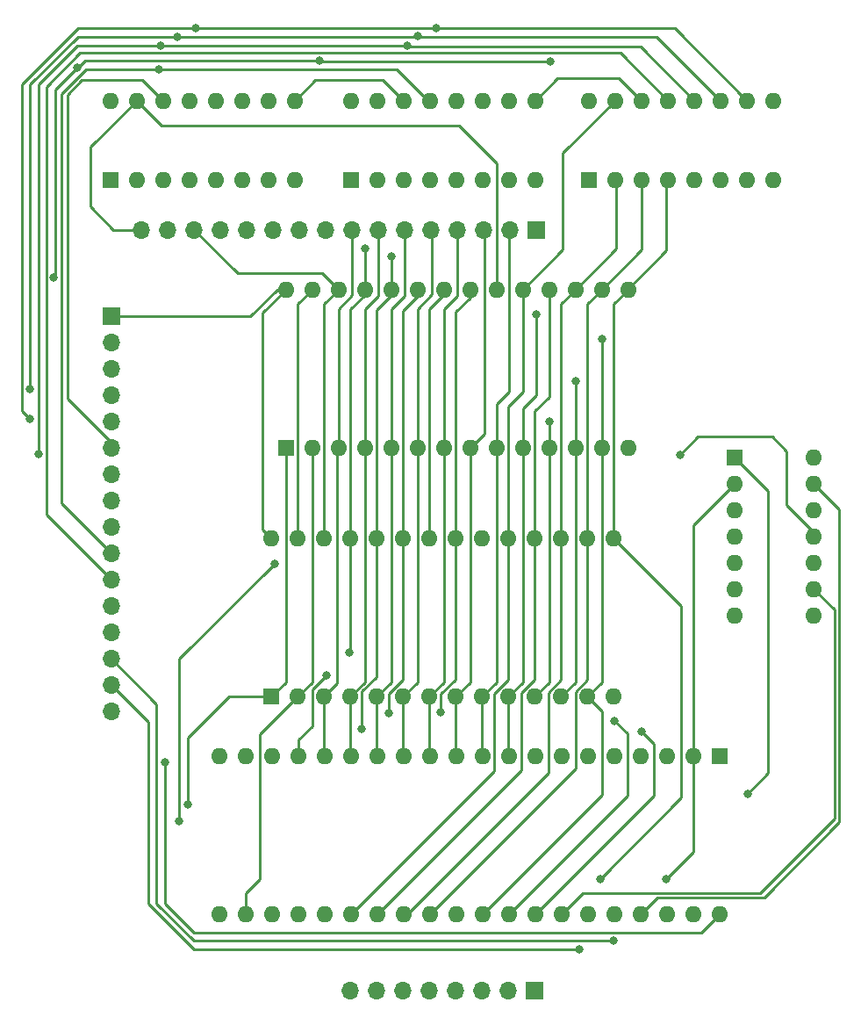
<source format=gbr>
%TF.GenerationSoftware,KiCad,Pcbnew,(6.0.9-0)*%
%TF.CreationDate,2022-12-28T10:48:56-05:00*%
%TF.ProjectId,6502_computer,36353032-5f63-46f6-9d70-757465722e6b,rev?*%
%TF.SameCoordinates,Original*%
%TF.FileFunction,Copper,L1,Top*%
%TF.FilePolarity,Positive*%
%FSLAX46Y46*%
G04 Gerber Fmt 4.6, Leading zero omitted, Abs format (unit mm)*
G04 Created by KiCad (PCBNEW (6.0.9-0)) date 2022-12-28 10:48:56*
%MOMM*%
%LPD*%
G01*
G04 APERTURE LIST*
%TA.AperFunction,ComponentPad*%
%ADD10R,1.600000X1.600000*%
%TD*%
%TA.AperFunction,ComponentPad*%
%ADD11O,1.600000X1.600000*%
%TD*%
%TA.AperFunction,ComponentPad*%
%ADD12R,1.700000X1.700000*%
%TD*%
%TA.AperFunction,ComponentPad*%
%ADD13O,1.700000X1.700000*%
%TD*%
%TA.AperFunction,ViaPad*%
%ADD14C,0.800000*%
%TD*%
%TA.AperFunction,Conductor*%
%ADD15C,0.250000*%
%TD*%
G04 APERTURE END LIST*
D10*
%TO.P,U2,1,QB*%
%TO.N,/A6*%
X131125000Y-57800000D03*
D11*
%TO.P,U2,2,QC*%
%TO.N,/A5*%
X133665000Y-57800000D03*
%TO.P,U2,3,QD*%
%TO.N,/A4*%
X136205000Y-57800000D03*
%TO.P,U2,4,QE*%
%TO.N,/A3*%
X138745000Y-57800000D03*
%TO.P,U2,5,QF*%
%TO.N,/A2*%
X141285000Y-57800000D03*
%TO.P,U2,6,QG*%
%TO.N,/A1*%
X143825000Y-57800000D03*
%TO.P,U2,7,QH*%
%TO.N,/A0*%
X146365000Y-57800000D03*
%TO.P,U2,8,GND*%
%TO.N,GND*%
X148905000Y-57800000D03*
%TO.P,U2,9,QH'*%
%TO.N,Net-(U2-Pad9)*%
X148905000Y-50180000D03*
%TO.P,U2,10,~{SRCLR}*%
%TO.N,/{slash}SR_CLR*%
X146365000Y-50180000D03*
%TO.P,U2,11,SRCLK*%
%TO.N,/SR_CLK*%
X143825000Y-50180000D03*
%TO.P,U2,12,RCLK*%
%TO.N,/SR_RCLK*%
X141285000Y-50180000D03*
%TO.P,U2,13,~{OE}*%
%TO.N,/{slash}SR_OE*%
X138745000Y-50180000D03*
%TO.P,U2,14,SER*%
%TO.N,Net-(U1-Pad9)*%
X136205000Y-50180000D03*
%TO.P,U2,15,QA*%
%TO.N,/A7*%
X133665000Y-50180000D03*
%TO.P,U2,16,VCC*%
%TO.N,+3.3V*%
X131125000Y-50180000D03*
%TD*%
D10*
%TO.P,U7,1,~{VP}*%
%TO.N,unconnected-(U7-Pad1)*%
X166725000Y-113375000D03*
D11*
%TO.P,U7,2,RDY*%
%TO.N,+3.3V*%
X164185000Y-113375000D03*
%TO.P,U7,3,\u03D51*%
%TO.N,unconnected-(U7-Pad3)*%
X161645000Y-113375000D03*
%TO.P,U7,4,~{IRQ}*%
%TO.N,+3.3V*%
X159105000Y-113375000D03*
%TO.P,U7,5,~{ML}*%
%TO.N,unconnected-(U7-Pad5)*%
X156565000Y-113375000D03*
%TO.P,U7,6,~{NMI}*%
%TO.N,+3.3V*%
X154025000Y-113375000D03*
%TO.P,U7,7,SYNC*%
%TO.N,unconnected-(U7-Pad7)*%
X151485000Y-113375000D03*
%TO.P,U7,8,VDD*%
%TO.N,+3.3V*%
X148945000Y-113375000D03*
%TO.P,U7,9,A0*%
%TO.N,/A0*%
X146405000Y-113375000D03*
%TO.P,U7,10,A1*%
%TO.N,/A1*%
X143865000Y-113375000D03*
%TO.P,U7,11,A2*%
%TO.N,/A2*%
X141325000Y-113375000D03*
%TO.P,U7,12,A3*%
%TO.N,/A3*%
X138785000Y-113375000D03*
%TO.P,U7,13,A4*%
%TO.N,/A4*%
X136245000Y-113375000D03*
%TO.P,U7,14,A5*%
%TO.N,/A5*%
X133705000Y-113375000D03*
%TO.P,U7,15,A6*%
%TO.N,/A6*%
X131165000Y-113375000D03*
%TO.P,U7,16,A7*%
%TO.N,/A7*%
X128625000Y-113375000D03*
%TO.P,U7,17,A8*%
%TO.N,/A8*%
X126085000Y-113375000D03*
%TO.P,U7,18,A9*%
%TO.N,/A9*%
X123545000Y-113375000D03*
%TO.P,U7,19,A10*%
%TO.N,/A10*%
X121005000Y-113375000D03*
%TO.P,U7,20,A11*%
%TO.N,/A11*%
X118465000Y-113375000D03*
%TO.P,U7,21,VSS*%
%TO.N,GND*%
X118465000Y-128615000D03*
%TO.P,U7,22,A12*%
%TO.N,/A12*%
X121005000Y-128615000D03*
%TO.P,U7,23,A13*%
%TO.N,/A13*%
X123545000Y-128615000D03*
%TO.P,U7,24,A14*%
%TO.N,/A14*%
X126085000Y-128615000D03*
%TO.P,U7,25,A15*%
%TO.N,/A15*%
X128625000Y-128615000D03*
%TO.P,U7,26,D7*%
%TO.N,/D7*%
X131165000Y-128615000D03*
%TO.P,U7,27,D6*%
%TO.N,/D6*%
X133705000Y-128615000D03*
%TO.P,U7,28,D5*%
%TO.N,/D5*%
X136245000Y-128615000D03*
%TO.P,U7,29,D4*%
%TO.N,/D4*%
X138785000Y-128615000D03*
%TO.P,U7,30,D3*%
%TO.N,/D3*%
X141325000Y-128615000D03*
%TO.P,U7,31,D2*%
%TO.N,/D2*%
X143865000Y-128615000D03*
%TO.P,U7,32,D1*%
%TO.N,/D1*%
X146405000Y-128615000D03*
%TO.P,U7,33,D0*%
%TO.N,/D0*%
X148945000Y-128615000D03*
%TO.P,U7,34,R/~{W}*%
%TO.N,/{slash}RW*%
X151485000Y-128615000D03*
%TO.P,U7,35,nc*%
%TO.N,unconnected-(U7-Pad35)*%
X154025000Y-128615000D03*
%TO.P,U7,36,BE*%
%TO.N,/CPU_BE*%
X156565000Y-128615000D03*
%TO.P,U7,37,\u03D50*%
%TO.N,/CPU_CLK*%
X159105000Y-128615000D03*
%TO.P,U7,38,~{SO}*%
%TO.N,+3.3V*%
X161645000Y-128615000D03*
%TO.P,U7,39,\u03D52*%
%TO.N,unconnected-(U7-Pad39)*%
X164185000Y-128615000D03*
%TO.P,U7,40,~{RES}*%
%TO.N,/{slash}CPU_RES*%
X166725000Y-128615000D03*
%TD*%
D12*
%TO.P,J1,1,Pin_1*%
%TO.N,+3.3V*%
X108025000Y-70950000D03*
D13*
%TO.P,J1,2,Pin_2*%
%TO.N,GND*%
X108025000Y-73490000D03*
%TO.P,J1,3,Pin_3*%
%TO.N,unconnected-(J1-Pad3)*%
X108025000Y-76030000D03*
%TO.P,J1,4,Pin_4*%
%TO.N,unconnected-(J1-Pad4)*%
X108025000Y-78570000D03*
%TO.P,J1,5,Pin_5*%
%TO.N,unconnected-(J1-Pad5)*%
X108025000Y-81110000D03*
%TO.P,J1,6,Pin_6*%
%TO.N,/SR_DATA*%
X108025000Y-83650000D03*
%TO.P,J1,7,Pin_7*%
%TO.N,/SR_CLK*%
X108025000Y-86190000D03*
%TO.P,J1,8,Pin_8*%
%TO.N,/{slash}SR_CLR*%
X108025000Y-88730000D03*
%TO.P,J1,9,Pin_9*%
%TO.N,/SR_RCLK*%
X108025000Y-91270000D03*
%TO.P,J1,10,Pin_10*%
%TO.N,/{slash}SR_OE*%
X108025000Y-93810000D03*
%TO.P,J1,11,Pin_11*%
%TO.N,/{slash}SR_DOE*%
X108025000Y-96350000D03*
%TO.P,J1,12,Pin_12*%
%TO.N,/{slash}MEM_WE*%
X108025000Y-98890000D03*
%TO.P,J1,13,Pin_13*%
%TO.N,/{slash}MEM_OE*%
X108025000Y-101430000D03*
%TO.P,J1,14,Pin_14*%
%TO.N,/CPU_CLK*%
X108025000Y-103970000D03*
%TO.P,J1,15,Pin_15*%
%TO.N,/CPU_BE*%
X108025000Y-106510000D03*
%TO.P,J1,16,Pin_16*%
%TO.N,/{slash}CPU_RES*%
X108025000Y-109050000D03*
%TD*%
D12*
%TO.P,J2,1,Pin_1*%
%TO.N,/A0*%
X149050000Y-62625000D03*
D13*
%TO.P,J2,2,Pin_2*%
%TO.N,/A1*%
X146510000Y-62625000D03*
%TO.P,J2,3,Pin_3*%
%TO.N,/A2*%
X143970000Y-62625000D03*
%TO.P,J2,4,Pin_4*%
%TO.N,/A3*%
X141430000Y-62625000D03*
%TO.P,J2,5,Pin_5*%
%TO.N,/A4*%
X138890000Y-62625000D03*
%TO.P,J2,6,Pin_6*%
%TO.N,/A5*%
X136350000Y-62625000D03*
%TO.P,J2,7,Pin_7*%
%TO.N,/A6*%
X133810000Y-62625000D03*
%TO.P,J2,8,Pin_8*%
%TO.N,/A7*%
X131270000Y-62625000D03*
%TO.P,J2,9,Pin_9*%
%TO.N,/A8*%
X128730000Y-62625000D03*
%TO.P,J2,10,Pin_10*%
%TO.N,/A9*%
X126190000Y-62625000D03*
%TO.P,J2,11,Pin_11*%
%TO.N,/A10*%
X123650000Y-62625000D03*
%TO.P,J2,12,Pin_12*%
%TO.N,/A11*%
X121110000Y-62625000D03*
%TO.P,J2,13,Pin_13*%
%TO.N,/A12*%
X118570000Y-62625000D03*
%TO.P,J2,14,Pin_14*%
%TO.N,/A13*%
X116030000Y-62625000D03*
%TO.P,J2,15,Pin_15*%
%TO.N,/A14*%
X113490000Y-62625000D03*
%TO.P,J2,16,Pin_16*%
%TO.N,/A15*%
X110950000Y-62625000D03*
%TD*%
D10*
%TO.P,U6,1,A14*%
%TO.N,/A14*%
X123475000Y-107625000D03*
D11*
%TO.P,U6,2,A12*%
%TO.N,/A12*%
X126015000Y-107625000D03*
%TO.P,U6,3,A7*%
%TO.N,/A7*%
X128555000Y-107625000D03*
%TO.P,U6,4,A6*%
%TO.N,/A6*%
X131095000Y-107625000D03*
%TO.P,U6,5,A5*%
%TO.N,/A5*%
X133635000Y-107625000D03*
%TO.P,U6,6,A4*%
%TO.N,/A4*%
X136175000Y-107625000D03*
%TO.P,U6,7,A3*%
%TO.N,/A3*%
X138715000Y-107625000D03*
%TO.P,U6,8,A2*%
%TO.N,/A2*%
X141255000Y-107625000D03*
%TO.P,U6,9,A1*%
%TO.N,/A1*%
X143795000Y-107625000D03*
%TO.P,U6,10,A0*%
%TO.N,/A0*%
X146335000Y-107625000D03*
%TO.P,U6,11,Q0*%
%TO.N,/D0*%
X148875000Y-107625000D03*
%TO.P,U6,12,Q1*%
%TO.N,/D1*%
X151415000Y-107625000D03*
%TO.P,U6,13,Q2*%
%TO.N,/D2*%
X153955000Y-107625000D03*
%TO.P,U6,14,GND*%
%TO.N,GND*%
X156495000Y-107625000D03*
%TO.P,U6,15,Q3*%
%TO.N,/D3*%
X156495000Y-92385000D03*
%TO.P,U6,16,Q4*%
%TO.N,/D4*%
X153955000Y-92385000D03*
%TO.P,U6,17,Q5*%
%TO.N,/D5*%
X151415000Y-92385000D03*
%TO.P,U6,18,Q6*%
%TO.N,/D6*%
X148875000Y-92385000D03*
%TO.P,U6,19,Q7*%
%TO.N,/D7*%
X146335000Y-92385000D03*
%TO.P,U6,20,~{CS}*%
%TO.N,/{slash}TOP32*%
X143795000Y-92385000D03*
%TO.P,U6,21,A10*%
%TO.N,/A10*%
X141255000Y-92385000D03*
%TO.P,U6,22,~{OE}*%
%TO.N,/{slash}MEM_OE*%
X138715000Y-92385000D03*
%TO.P,U6,23,A11*%
%TO.N,/A11*%
X136175000Y-92385000D03*
%TO.P,U6,24,A9*%
%TO.N,/A9*%
X133635000Y-92385000D03*
%TO.P,U6,25,A8*%
%TO.N,/A8*%
X131095000Y-92385000D03*
%TO.P,U6,26,A13*%
%TO.N,/A13*%
X128555000Y-92385000D03*
%TO.P,U6,27,~{WE}*%
%TO.N,/{slash}MEM_WE*%
X126015000Y-92385000D03*
%TO.P,U6,28,VCC*%
%TO.N,+3.3V*%
X123475000Y-92385000D03*
%TD*%
D12*
%TO.P,J3,1,Pin_1*%
%TO.N,/D0*%
X148875000Y-136000000D03*
D13*
%TO.P,J3,2,Pin_2*%
%TO.N,/D1*%
X146335000Y-136000000D03*
%TO.P,J3,3,Pin_3*%
%TO.N,/D2*%
X143795000Y-136000000D03*
%TO.P,J3,4,Pin_4*%
%TO.N,/D3*%
X141255000Y-136000000D03*
%TO.P,J3,5,Pin_5*%
%TO.N,/D4*%
X138715000Y-136000000D03*
%TO.P,J3,6,Pin_6*%
%TO.N,/D5*%
X136175000Y-136000000D03*
%TO.P,J3,7,Pin_7*%
%TO.N,/D6*%
X133635000Y-136000000D03*
%TO.P,J3,8,Pin_8*%
%TO.N,/D7*%
X131095000Y-136000000D03*
%TD*%
D10*
%TO.P,U4,1,A14*%
%TO.N,/A14*%
X124875000Y-83625000D03*
D11*
%TO.P,U4,2,A12*%
%TO.N,/A12*%
X127415000Y-83625000D03*
%TO.P,U4,3,A7*%
%TO.N,/A7*%
X129955000Y-83625000D03*
%TO.P,U4,4,A6*%
%TO.N,/A6*%
X132495000Y-83625000D03*
%TO.P,U4,5,A5*%
%TO.N,/A5*%
X135035000Y-83625000D03*
%TO.P,U4,6,A4*%
%TO.N,/A4*%
X137575000Y-83625000D03*
%TO.P,U4,7,A3*%
%TO.N,/A3*%
X140115000Y-83625000D03*
%TO.P,U4,8,A2*%
%TO.N,/A2*%
X142655000Y-83625000D03*
%TO.P,U4,9,A1*%
%TO.N,/A1*%
X145195000Y-83625000D03*
%TO.P,U4,10,A0*%
%TO.N,/A0*%
X147735000Y-83625000D03*
%TO.P,U4,11,Q0*%
%TO.N,/D0*%
X150275000Y-83625000D03*
%TO.P,U4,12,Q1*%
%TO.N,/D1*%
X152815000Y-83625000D03*
%TO.P,U4,13,Q2*%
%TO.N,/D2*%
X155355000Y-83625000D03*
%TO.P,U4,14,GND*%
%TO.N,GND*%
X157895000Y-83625000D03*
%TO.P,U4,15,Q3*%
%TO.N,/D3*%
X157895000Y-68385000D03*
%TO.P,U4,16,Q4*%
%TO.N,/D4*%
X155355000Y-68385000D03*
%TO.P,U4,17,Q5*%
%TO.N,/D5*%
X152815000Y-68385000D03*
%TO.P,U4,18,Q6*%
%TO.N,/D6*%
X150275000Y-68385000D03*
%TO.P,U4,19,Q7*%
%TO.N,/D7*%
X147735000Y-68385000D03*
%TO.P,U4,20,~{CS}*%
%TO.N,/A15*%
X145195000Y-68385000D03*
%TO.P,U4,21,A10*%
%TO.N,/A10*%
X142655000Y-68385000D03*
%TO.P,U4,22,~{OE}*%
%TO.N,/{slash}MEM_OE*%
X140115000Y-68385000D03*
%TO.P,U4,23,A11*%
%TO.N,/A11*%
X137575000Y-68385000D03*
%TO.P,U4,24,A9*%
%TO.N,/A9*%
X135035000Y-68385000D03*
%TO.P,U4,25,A8*%
%TO.N,/A8*%
X132495000Y-68385000D03*
%TO.P,U4,26,A13*%
%TO.N,/A13*%
X129955000Y-68385000D03*
%TO.P,U4,27,~{WE}*%
%TO.N,/{slash}MEM_WE*%
X127415000Y-68385000D03*
%TO.P,U4,28,VCC*%
%TO.N,+3.3V*%
X124875000Y-68385000D03*
%TD*%
D10*
%TO.P,U3,1,QB*%
%TO.N,/D6*%
X154125000Y-57800000D03*
D11*
%TO.P,U3,2,QC*%
%TO.N,/D5*%
X156665000Y-57800000D03*
%TO.P,U3,3,QD*%
%TO.N,/D4*%
X159205000Y-57800000D03*
%TO.P,U3,4,QE*%
%TO.N,/D3*%
X161745000Y-57800000D03*
%TO.P,U3,5,QF*%
%TO.N,/D2*%
X164285000Y-57800000D03*
%TO.P,U3,6,QG*%
%TO.N,/D1*%
X166825000Y-57800000D03*
%TO.P,U3,7,QH*%
%TO.N,/D0*%
X169365000Y-57800000D03*
%TO.P,U3,8,GND*%
%TO.N,GND*%
X171905000Y-57800000D03*
%TO.P,U3,9,QH'*%
%TO.N,unconnected-(U3-Pad9)*%
X171905000Y-50180000D03*
%TO.P,U3,10,~{SRCLR}*%
%TO.N,/{slash}SR_CLR*%
X169365000Y-50180000D03*
%TO.P,U3,11,SRCLK*%
%TO.N,/SR_CLK*%
X166825000Y-50180000D03*
%TO.P,U3,12,RCLK*%
%TO.N,/SR_RCLK*%
X164285000Y-50180000D03*
%TO.P,U3,13,~{OE}*%
%TO.N,/{slash}SR_DOE*%
X161745000Y-50180000D03*
%TO.P,U3,14,SER*%
%TO.N,Net-(U2-Pad9)*%
X159205000Y-50180000D03*
%TO.P,U3,15,QA*%
%TO.N,/D7*%
X156665000Y-50180000D03*
%TO.P,U3,16,VCC*%
%TO.N,+3.3V*%
X154125000Y-50180000D03*
%TD*%
D10*
%TO.P,U5,1*%
%TO.N,/A15*%
X168200000Y-84575000D03*
D11*
%TO.P,U5,2*%
%TO.N,+3.3V*%
X168200000Y-87115000D03*
%TO.P,U5,3*%
%TO.N,/{slash}TOP32*%
X168200000Y-89655000D03*
%TO.P,U5,4*%
%TO.N,/CPU_CLK*%
X168200000Y-92195000D03*
%TO.P,U5,5*%
%TO.N,/{slash}RW*%
X168200000Y-94735000D03*
%TO.P,U5,6*%
%TO.N,/{slash}MEM_OE*%
X168200000Y-97275000D03*
%TO.P,U5,7,GND*%
%TO.N,GND*%
X168200000Y-99815000D03*
%TO.P,U5,8*%
%TO.N,Net-(U5-Pad12)*%
X175820000Y-99815000D03*
%TO.P,U5,9*%
%TO.N,/{slash}RW*%
X175820000Y-97275000D03*
%TO.P,U5,10*%
X175820000Y-94735000D03*
%TO.P,U5,11*%
%TO.N,/{slash}MEM_WE*%
X175820000Y-92195000D03*
%TO.P,U5,12*%
%TO.N,Net-(U5-Pad12)*%
X175820000Y-89655000D03*
%TO.P,U5,13*%
%TO.N,/CPU_CLK*%
X175820000Y-87115000D03*
%TO.P,U5,14,VCC*%
%TO.N,+3.3V*%
X175820000Y-84575000D03*
%TD*%
D10*
%TO.P,U1,1,QB*%
%TO.N,/A14*%
X107925000Y-57800000D03*
D11*
%TO.P,U1,2,QC*%
%TO.N,/A13*%
X110465000Y-57800000D03*
%TO.P,U1,3,QD*%
%TO.N,/A12*%
X113005000Y-57800000D03*
%TO.P,U1,4,QE*%
%TO.N,/A11*%
X115545000Y-57800000D03*
%TO.P,U1,5,QF*%
%TO.N,/A10*%
X118085000Y-57800000D03*
%TO.P,U1,6,QG*%
%TO.N,/A9*%
X120625000Y-57800000D03*
%TO.P,U1,7,QH*%
%TO.N,/A8*%
X123165000Y-57800000D03*
%TO.P,U1,8,GND*%
%TO.N,GND*%
X125705000Y-57800000D03*
%TO.P,U1,9,QH'*%
%TO.N,Net-(U1-Pad9)*%
X125705000Y-50180000D03*
%TO.P,U1,10,~{SRCLR}*%
%TO.N,/{slash}SR_CLR*%
X123165000Y-50180000D03*
%TO.P,U1,11,SRCLK*%
%TO.N,/SR_CLK*%
X120625000Y-50180000D03*
%TO.P,U1,12,RCLK*%
%TO.N,/SR_RCLK*%
X118085000Y-50180000D03*
%TO.P,U1,13,~{OE}*%
%TO.N,/{slash}SR_OE*%
X115545000Y-50180000D03*
%TO.P,U1,14,SER*%
%TO.N,/SR_DATA*%
X113005000Y-50180000D03*
%TO.P,U1,15,QA*%
%TO.N,/A15*%
X110465000Y-50180000D03*
%TO.P,U1,16,VCC*%
%TO.N,+3.3V*%
X107925000Y-50180000D03*
%TD*%
D14*
%TO.N,/{slash}MEM_WE*%
X162900000Y-84300000D03*
%TO.N,/A14*%
X115400000Y-118000000D03*
%TO.N,/A13*%
X123800000Y-94800000D03*
X114600000Y-119670000D03*
%TO.N,/A11*%
X134800000Y-109200000D03*
%TO.N,/A10*%
X139840000Y-109160000D03*
%TO.N,/A9*%
X135035000Y-65225500D03*
X132220000Y-110724500D03*
%TO.N,/A8*%
X132495000Y-64400000D03*
X128800000Y-105600000D03*
X131000000Y-103400000D03*
%TO.N,/A15*%
X169400000Y-117000000D03*
%TO.N,+3.3V*%
X128100000Y-46300000D03*
X102475500Y-67200000D03*
X104769502Y-46969502D03*
X161600000Y-125200000D03*
X150400000Y-46400000D03*
%TO.N,/A0*%
X149000000Y-70800000D03*
%TO.N,/D3*%
X155200000Y-125200000D03*
%TO.N,/D2*%
X155355000Y-73155000D03*
%TO.N,/D1*%
X152815000Y-77215000D03*
X156600000Y-110000000D03*
%TO.N,/D0*%
X150275000Y-81125000D03*
X159200000Y-111000000D03*
%TO.N,/SR_CLK*%
X114400000Y-44000000D03*
X100200000Y-78000000D03*
X137622500Y-43977500D03*
%TO.N,/CPU_CLK*%
X156520000Y-131200000D03*
%TO.N,/CPU_BE*%
X153180000Y-132000000D03*
%TO.N,/{slash}CPU_RES*%
X113200000Y-114000000D03*
%TO.N,/{slash}SR_CLR*%
X100200000Y-80905000D03*
X139392500Y-43207500D03*
X116200000Y-43200000D03*
%TO.N,/SR_RCLK*%
X136600000Y-44875500D03*
X101000000Y-84245000D03*
X112800000Y-44850500D03*
%TO.N,/{slash}SR_OE*%
X112600000Y-47200000D03*
%TD*%
D15*
%TO.N,/A15*%
X110950000Y-62625000D02*
X108225000Y-62625000D01*
X108225000Y-62625000D02*
X106000000Y-60400000D01*
X106000000Y-60400000D02*
X106000000Y-54645000D01*
X106000000Y-54645000D02*
X110465000Y-50180000D01*
%TO.N,/A0*%
X149000000Y-70800000D02*
X149000000Y-78600000D01*
X149000000Y-78600000D02*
X147735000Y-79865000D01*
X147735000Y-79865000D02*
X147735000Y-83625000D01*
%TO.N,/{slash}MEM_WE*%
X162900000Y-84300000D02*
X164600000Y-82600000D01*
X164600000Y-82600000D02*
X171800000Y-82600000D01*
X171800000Y-82600000D02*
X173200000Y-84000000D01*
X173200000Y-84000000D02*
X173200000Y-89200000D01*
X173200000Y-89200000D02*
X175820000Y-91820000D01*
X175820000Y-91820000D02*
X175820000Y-92195000D01*
%TO.N,/A15*%
X169400000Y-117000000D02*
X171400000Y-115000000D01*
X171400000Y-115000000D02*
X171400000Y-87775000D01*
X171400000Y-87775000D02*
X168200000Y-84575000D01*
%TO.N,/D3*%
X155200000Y-125200000D02*
X163000000Y-117400000D01*
X163000000Y-117400000D02*
X163000000Y-98890000D01*
X163000000Y-98890000D02*
X156495000Y-92385000D01*
%TO.N,+3.3V*%
X164185000Y-113375000D02*
X164185000Y-91130000D01*
X164185000Y-91130000D02*
X168200000Y-87115000D01*
%TO.N,/D0*%
X150275000Y-81125000D02*
X150275000Y-83625000D01*
%TO.N,/{slash}SR_CLR*%
X139392500Y-43207500D02*
X139400000Y-43200000D01*
X139400000Y-43200000D02*
X162385000Y-43200000D01*
X162385000Y-43200000D02*
X169365000Y-50180000D01*
%TO.N,/SR_CLK*%
X137622500Y-43977500D02*
X137645000Y-44000000D01*
X137645000Y-44000000D02*
X160645000Y-44000000D01*
X160645000Y-44000000D02*
X166825000Y-50180000D01*
%TO.N,/SR_RCLK*%
X136600000Y-44875500D02*
X136724500Y-45000000D01*
X136724500Y-45000000D02*
X159105000Y-45000000D01*
X159105000Y-45000000D02*
X164285000Y-50180000D01*
%TO.N,/{slash}SR_DOE*%
X161745000Y-50180000D02*
X157165000Y-45600000D01*
X157165000Y-45600000D02*
X128425305Y-45600000D01*
X128425305Y-45600000D02*
X128400305Y-45575000D01*
X101750500Y-90075500D02*
X108025000Y-96350000D01*
X128400305Y-45575000D02*
X105025000Y-45575000D01*
X105025000Y-45575000D02*
X101750500Y-48849500D01*
X101750500Y-48849500D02*
X101750500Y-90075500D01*
%TO.N,Net-(U2-Pad9)*%
X148905000Y-50180000D02*
X151085000Y-48000000D01*
X151085000Y-48000000D02*
X157025000Y-48000000D01*
X157025000Y-48000000D02*
X159205000Y-50180000D01*
%TO.N,+3.3V*%
X150400000Y-46400000D02*
X128200000Y-46400000D01*
X128200000Y-46400000D02*
X128100000Y-46300000D01*
%TO.N,/D7*%
X156665000Y-50180000D02*
X151600000Y-55245000D01*
X151600000Y-55245000D02*
X151600000Y-64520000D01*
X151600000Y-64520000D02*
X147735000Y-68385000D01*
%TO.N,/D3*%
X157895000Y-68385000D02*
X157895000Y-68345000D01*
X157895000Y-68345000D02*
X161600000Y-64640000D01*
X161600000Y-64640000D02*
X161600000Y-57945000D01*
X161600000Y-57945000D02*
X161745000Y-57800000D01*
%TO.N,/D4*%
X159205000Y-57800000D02*
X159205000Y-64535000D01*
X159205000Y-64535000D02*
X155355000Y-68385000D01*
%TO.N,/D5*%
X156665000Y-57800000D02*
X156775000Y-57910000D01*
X156775000Y-64425000D02*
X152815000Y-68385000D01*
X156775000Y-57910000D02*
X156775000Y-64425000D01*
%TO.N,+3.3V*%
X104769502Y-46969502D02*
X102600000Y-49139004D01*
X102600000Y-49139004D02*
X102600000Y-67075500D01*
X102600000Y-67075500D02*
X102475500Y-67200000D01*
X104769502Y-46969502D02*
X104830498Y-46969502D01*
X104830498Y-46969502D02*
X105500000Y-46300000D01*
X105500000Y-46300000D02*
X128100000Y-46300000D01*
%TO.N,/SR_RCLK*%
X101000000Y-84245000D02*
X101000000Y-48600000D01*
X104749500Y-44850500D02*
X136575000Y-44850500D01*
X101000000Y-48600000D02*
X104749500Y-44850500D01*
X136575000Y-44850500D02*
X136600000Y-44875500D01*
%TO.N,Net-(U1-Pad9)*%
X125705000Y-50180000D02*
X127685000Y-48200000D01*
X127685000Y-48200000D02*
X134225000Y-48200000D01*
X134225000Y-48200000D02*
X136205000Y-50180000D01*
%TO.N,/{slash}SR_CLR*%
X100200000Y-80905000D02*
X99400000Y-80105000D01*
X99400000Y-80105000D02*
X99400000Y-48600000D01*
X99400000Y-48600000D02*
X104800000Y-43200000D01*
X104800000Y-43200000D02*
X114600000Y-43200000D01*
%TO.N,/SR_DATA*%
X108025000Y-83175000D02*
X103800000Y-78950000D01*
X103800000Y-78950000D02*
X103800000Y-49600000D01*
X105200000Y-48200000D02*
X111025000Y-48200000D01*
X111025000Y-48200000D02*
X113005000Y-50180000D01*
X103800000Y-49600000D02*
X105200000Y-48200000D01*
%TO.N,/A15*%
X110465000Y-50180000D02*
X112885000Y-52600000D01*
X112885000Y-52600000D02*
X141600000Y-52600000D01*
X141600000Y-52600000D02*
X145200000Y-56200000D01*
X145200000Y-56200000D02*
X145200000Y-64000000D01*
%TO.N,/A14*%
X119375000Y-107625000D02*
X123475000Y-107625000D01*
X124875000Y-106225000D02*
X123475000Y-107625000D01*
X124875000Y-83625000D02*
X124875000Y-106225000D01*
X115400000Y-111600000D02*
X119375000Y-107625000D01*
X115400000Y-118000000D02*
X115400000Y-111600000D01*
%TO.N,/A13*%
X128555000Y-69785000D02*
X128555000Y-92385000D01*
X129955000Y-68385000D02*
X128370000Y-66800000D01*
X128370000Y-66800000D02*
X120200000Y-66800000D01*
X120200000Y-66800000D02*
X116030000Y-62630000D01*
X114600000Y-119670000D02*
X114600000Y-104000000D01*
X129955000Y-68385000D02*
X128555000Y-69785000D01*
X114600000Y-104000000D02*
X123800000Y-94800000D01*
X116030000Y-62630000D02*
X116030000Y-62625000D01*
%TO.N,/A12*%
X127415000Y-106225000D02*
X126015000Y-107625000D01*
X126015000Y-107625000D02*
X122400000Y-111240000D01*
X122400000Y-111240000D02*
X122400000Y-125210000D01*
X127415000Y-83625000D02*
X127415000Y-106225000D01*
X122400000Y-125210000D02*
X121005000Y-126605000D01*
X121005000Y-126605000D02*
X121005000Y-128615000D01*
%TO.N,/A11*%
X136175000Y-70425000D02*
X136175000Y-92385000D01*
X136175000Y-106025000D02*
X136175000Y-92385000D01*
X134800000Y-109200000D02*
X134800000Y-107400000D01*
X137575000Y-69025000D02*
X136175000Y-70425000D01*
X137575000Y-68385000D02*
X137575000Y-69025000D01*
X134800000Y-107400000D02*
X136175000Y-106025000D01*
%TO.N,/A10*%
X142655000Y-68385000D02*
X142655000Y-69145000D01*
X141255000Y-105989099D02*
X141255000Y-92385000D01*
X139840000Y-107404099D02*
X141255000Y-105989099D01*
X139840000Y-109160000D02*
X139840000Y-107404099D01*
X141255000Y-70545000D02*
X141255000Y-92385000D01*
X142655000Y-69145000D02*
X141255000Y-70545000D01*
%TO.N,/A9*%
X132220000Y-110724500D02*
X132220000Y-107136396D01*
X135035000Y-68385000D02*
X135035000Y-68965000D01*
X133635000Y-70365000D02*
X133635000Y-92385000D01*
X133635000Y-105721396D02*
X133635000Y-92385000D01*
X132220000Y-107136396D02*
X133635000Y-105721396D01*
X135035000Y-65225500D02*
X135035000Y-68385000D01*
X135035000Y-68965000D02*
X133635000Y-70365000D01*
%TO.N,/A8*%
X131000000Y-103400000D02*
X131095000Y-103305000D01*
X127430000Y-110370000D02*
X127400000Y-110400000D01*
X127400000Y-110460000D02*
X126085000Y-111775000D01*
X126085000Y-111775000D02*
X126085000Y-113375000D01*
X131095000Y-70305000D02*
X131095000Y-92385000D01*
X132495000Y-68905000D02*
X131095000Y-70305000D01*
X127400000Y-110400000D02*
X127400000Y-110460000D01*
X127430000Y-106970000D02*
X128800000Y-105600000D01*
X132495000Y-68385000D02*
X132495000Y-64400000D01*
X127430000Y-106970000D02*
X127430000Y-110370000D01*
X131095000Y-103305000D02*
X131095000Y-92385000D01*
X132495000Y-68385000D02*
X132495000Y-68905000D01*
%TO.N,/A15*%
X145195000Y-64005000D02*
X145195000Y-68385000D01*
%TO.N,+3.3V*%
X122600000Y-70660000D02*
X122600000Y-91510000D01*
X124875000Y-68385000D02*
X122600000Y-70660000D01*
X122600000Y-91510000D02*
X123475000Y-92385000D01*
X161600000Y-125200000D02*
X164185000Y-122615000D01*
X121450000Y-70950000D02*
X124015000Y-68385000D01*
X124015000Y-68385000D02*
X124875000Y-68385000D01*
X108025000Y-70950000D02*
X121450000Y-70950000D01*
X164185000Y-122615000D02*
X164185000Y-113375000D01*
%TO.N,/A6*%
X133810000Y-62625000D02*
X133810000Y-68973604D01*
X132495000Y-83625000D02*
X132495000Y-106225000D01*
X131095000Y-107625000D02*
X131095000Y-113305000D01*
X132495000Y-70288604D02*
X132495000Y-83625000D01*
X131095000Y-113305000D02*
X131165000Y-113375000D01*
X132495000Y-106225000D02*
X131095000Y-107625000D01*
X133810000Y-68973604D02*
X132495000Y-70288604D01*
%TO.N,/A5*%
X135035000Y-70288604D02*
X136350000Y-68973604D01*
X135035000Y-106225000D02*
X133635000Y-107625000D01*
X136350000Y-68973604D02*
X136350000Y-62625000D01*
X133635000Y-113305000D02*
X133705000Y-113375000D01*
X133635000Y-107625000D02*
X133635000Y-113305000D01*
X135035000Y-83625000D02*
X135035000Y-106225000D01*
X135035000Y-83625000D02*
X135035000Y-70288604D01*
%TO.N,/A4*%
X137575000Y-70288604D02*
X137575000Y-83625000D01*
X136175000Y-107625000D02*
X136175000Y-113305000D01*
X138990000Y-62725000D02*
X138990000Y-68873604D01*
X137575000Y-106225000D02*
X136175000Y-107625000D01*
X137575000Y-83625000D02*
X137575000Y-106225000D01*
X136175000Y-113305000D02*
X136245000Y-113375000D01*
X138990000Y-68873604D02*
X137575000Y-70288604D01*
X138890000Y-62625000D02*
X138990000Y-62725000D01*
%TO.N,/A3*%
X141430000Y-62625000D02*
X141400000Y-62655000D01*
X141400000Y-62655000D02*
X141400000Y-69003604D01*
X140115000Y-106225000D02*
X138715000Y-107625000D01*
X138715000Y-113305000D02*
X138785000Y-113375000D01*
X140115000Y-70288604D02*
X140115000Y-83625000D01*
X140115000Y-83625000D02*
X140115000Y-106225000D01*
X141400000Y-69003604D02*
X140115000Y-70288604D01*
X138715000Y-107625000D02*
X138715000Y-113305000D01*
%TO.N,/A2*%
X144000000Y-62655000D02*
X144000000Y-82280000D01*
X141255000Y-113305000D02*
X141325000Y-113375000D01*
X141255000Y-107625000D02*
X141255000Y-113305000D01*
X143970000Y-62625000D02*
X144000000Y-62655000D01*
X142655000Y-106225000D02*
X141255000Y-107625000D01*
X142655000Y-83625000D02*
X142655000Y-106225000D01*
X144000000Y-82280000D02*
X142655000Y-83625000D01*
%TO.N,/A1*%
X143795000Y-113305000D02*
X143865000Y-113375000D01*
X143795000Y-107625000D02*
X143795000Y-113305000D01*
X145195000Y-106225000D02*
X143795000Y-107625000D01*
X146400000Y-78200000D02*
X145195000Y-79405000D01*
X145195000Y-79405000D02*
X145195000Y-83625000D01*
X146510000Y-62625000D02*
X146400000Y-62735000D01*
X145195000Y-83625000D02*
X145195000Y-106225000D01*
X146400000Y-62735000D02*
X146400000Y-78200000D01*
%TO.N,/A0*%
X147735000Y-106225000D02*
X146335000Y-107625000D01*
X147735000Y-83625000D02*
X147735000Y-106225000D01*
X146335000Y-113305000D02*
X146405000Y-113375000D01*
X146335000Y-107625000D02*
X146335000Y-113305000D01*
%TO.N,/A7*%
X129800000Y-106380000D02*
X128555000Y-107625000D01*
X128555000Y-113305000D02*
X128625000Y-113375000D01*
X129955000Y-70265991D02*
X129955000Y-83625000D01*
X129955000Y-83625000D02*
X129800000Y-83780000D01*
X128555000Y-107625000D02*
X128555000Y-113305000D01*
X131270000Y-68950991D02*
X129955000Y-70265991D01*
X129800000Y-83780000D02*
X129800000Y-106380000D01*
X131270000Y-62625000D02*
X131270000Y-68950991D01*
%TO.N,/D6*%
X150275000Y-68385000D02*
X150275000Y-78725000D01*
X150275000Y-78725000D02*
X148875000Y-80125000D01*
X148875000Y-80125000D02*
X148875000Y-92385000D01*
X147600000Y-114720000D02*
X133705000Y-128615000D01*
X147600000Y-107309009D02*
X147600000Y-114720000D01*
X148875000Y-106034009D02*
X147600000Y-107309009D01*
X148875000Y-92385000D02*
X148875000Y-106034009D01*
%TO.N,/D5*%
X152815000Y-68385000D02*
X151415000Y-69785000D01*
X151415000Y-69785000D02*
X151415000Y-92385000D01*
X151415000Y-106034009D02*
X150200000Y-107249009D01*
X151415000Y-92385000D02*
X151415000Y-106034009D01*
X136585000Y-128615000D02*
X136245000Y-128615000D01*
X150200000Y-115000000D02*
X136585000Y-128615000D01*
X150200000Y-107249009D02*
X150200000Y-115000000D01*
%TO.N,/D4*%
X153955000Y-106034009D02*
X152800000Y-107189009D01*
X152800000Y-107189009D02*
X152800000Y-114600000D01*
X152800000Y-114600000D02*
X138785000Y-128615000D01*
X153955000Y-69785000D02*
X153955000Y-92385000D01*
X153955000Y-92385000D02*
X153955000Y-106034009D01*
X155355000Y-68385000D02*
X153955000Y-69785000D01*
%TO.N,/D3*%
X157895000Y-68385000D02*
X156495000Y-69785000D01*
X156495000Y-92385000D02*
X156495000Y-69785000D01*
%TO.N,/D2*%
X155355000Y-73155000D02*
X155355000Y-83625000D01*
X155355000Y-106225000D02*
X153955000Y-107625000D01*
X155400000Y-109070000D02*
X155400000Y-117080000D01*
X155355000Y-83625000D02*
X155355000Y-106225000D01*
X155400000Y-117080000D02*
X143865000Y-128615000D01*
X153955000Y-107625000D02*
X155400000Y-109070000D01*
%TO.N,/D1*%
X156600000Y-110000000D02*
X157800000Y-111200000D01*
X157800000Y-117220000D02*
X146405000Y-128615000D01*
X152815000Y-106225000D02*
X151415000Y-107625000D01*
X157800000Y-111200000D02*
X157800000Y-117220000D01*
X152815000Y-77215000D02*
X152815000Y-83625000D01*
X152815000Y-83625000D02*
X152815000Y-106225000D01*
%TO.N,/D0*%
X160400000Y-112200000D02*
X160400000Y-117200000D01*
X150275000Y-83625000D02*
X150275000Y-106225000D01*
X159200000Y-111000000D02*
X160400000Y-112200000D01*
X148985000Y-128615000D02*
X148945000Y-128615000D01*
X150275000Y-106225000D02*
X148875000Y-107625000D01*
X160400000Y-117200000D02*
X148985000Y-128615000D01*
%TO.N,/D7*%
X146335000Y-79665000D02*
X146335000Y-92385000D01*
X147735000Y-68385000D02*
X147735000Y-78265000D01*
X147735000Y-78265000D02*
X146335000Y-79665000D01*
X131185000Y-128615000D02*
X145000000Y-114800000D01*
X145000000Y-114800000D02*
X145000000Y-107369009D01*
X146335000Y-106034009D02*
X146335000Y-92385000D01*
X145000000Y-107369009D02*
X146335000Y-106034009D01*
X131165000Y-128615000D02*
X131185000Y-128615000D01*
%TO.N,/SR_CLK*%
X137600000Y-44000000D02*
X112800000Y-44000000D01*
X137622500Y-43977500D02*
X137600000Y-44000000D01*
X100200000Y-48600000D02*
X104800000Y-44000000D01*
X104800000Y-44000000D02*
X112800000Y-44000000D01*
X100200000Y-78000000D02*
X100200000Y-48600000D01*
%TO.N,/{slash}RW*%
X170650000Y-126550000D02*
X153550000Y-126550000D01*
X153550000Y-126550000D02*
X151485000Y-128615000D01*
X175820000Y-97275000D02*
X177800000Y-99255000D01*
X177800000Y-99255000D02*
X177800000Y-119400000D01*
X177800000Y-119400000D02*
X170650000Y-126550000D01*
%TO.N,/CPU_CLK*%
X175820000Y-87115000D02*
X178250000Y-89545000D01*
X171000000Y-127000000D02*
X160720000Y-127000000D01*
X178250000Y-89545000D02*
X178250000Y-119750000D01*
X112400000Y-108345000D02*
X108025000Y-103970000D01*
X156520000Y-131200000D02*
X116000000Y-131200000D01*
X112400000Y-127600000D02*
X112400000Y-108345000D01*
X160720000Y-127000000D02*
X159105000Y-128615000D01*
X178250000Y-119750000D02*
X171000000Y-127000000D01*
X116000000Y-131200000D02*
X112400000Y-127600000D01*
%TO.N,/CPU_BE*%
X153180000Y-132000000D02*
X116000000Y-132000000D01*
X111600000Y-127600000D02*
X111600000Y-110085000D01*
X111600000Y-110085000D02*
X108025000Y-106510000D01*
X116000000Y-132000000D02*
X111600000Y-127600000D01*
%TO.N,/{slash}CPU_RES*%
X116000000Y-130400000D02*
X164940000Y-130400000D01*
X164940000Y-130400000D02*
X166725000Y-128615000D01*
X113200000Y-114000000D02*
X113200000Y-127600000D01*
X113200000Y-127600000D02*
X116000000Y-130400000D01*
%TO.N,/{slash}SR_CLR*%
X139385000Y-43200000D02*
X114668000Y-43200000D01*
X139392500Y-43207500D02*
X139385000Y-43200000D01*
%TO.N,/{slash}SR_OE*%
X135600000Y-47200000D02*
X138580000Y-50180000D01*
X110882500Y-47200000D02*
X135600000Y-47200000D01*
X105563604Y-47200000D02*
X103200000Y-49563604D01*
X110882500Y-47200000D02*
X105563604Y-47200000D01*
X103200000Y-49563604D02*
X103200000Y-88985000D01*
X138580000Y-50180000D02*
X138745000Y-50180000D01*
X103200000Y-88985000D02*
X108025000Y-93810000D01*
%TO.N,/{slash}MEM_WE*%
X126015000Y-69785000D02*
X126015000Y-92385000D01*
X127415000Y-68385000D02*
X126015000Y-69785000D01*
%TO.N,/{slash}MEM_OE*%
X140115000Y-68385000D02*
X140115000Y-68885000D01*
X140115000Y-68885000D02*
X138715000Y-70285000D01*
X138715000Y-70285000D02*
X138715000Y-92385000D01*
%TD*%
M02*

</source>
